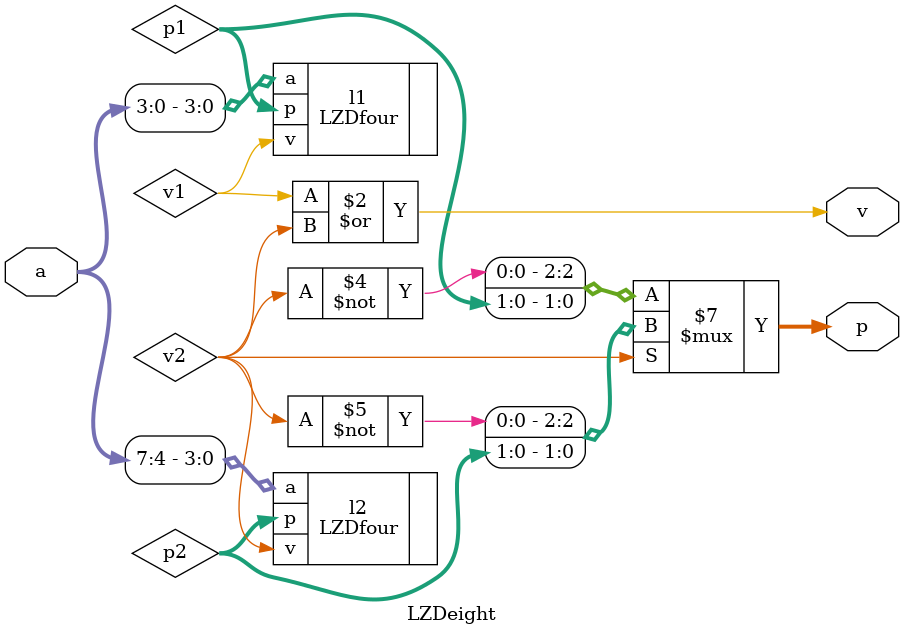
<source format=v>
`timescale 1ns / 1ps


module LZDeight(
    input [7:0] a,
    output reg [2:0] p,
    output reg v
    );
    
    wire [1:0] p2,p1;
    
    wire v2,v1;
    reg temp;
    
    LZDfour l2(
    .a(a[7:4]),
    .p(p2),
    .v(v2)
    );
    
    LZDfour l1(
      .a(a[3:0]),
      .p(p1),
      .v(v1)
    );
    
     always@(a,p1,v1,p2,v2) begin
              v= v1 | v2;
               if (v2==0)begin
                p= {{~v2}, {p1}};
                end
                else begin
               p= {{~v2}, {p2}};
                end
             
               end
   
   
endmodule

</source>
